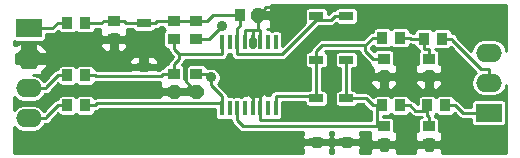
<source format=gtl>
G04 (created by PCBNEW (2013-mar-13)-testing) date Wed 31 Jul 2013 11:30:12 AM UTC*
%MOIN*%
G04 Gerber Fmt 3.4, Leading zero omitted, Abs format*
%FSLAX34Y34*%
G01*
G70*
G90*
G04 APERTURE LIST*
%ADD10C,0.005906*%
%ADD11R,0.039400X0.035400*%
%ADD12R,0.035400X0.039400*%
%ADD13R,0.015000X0.050000*%
%ADD14R,0.047244X0.027559*%
%ADD15R,0.086600X0.060000*%
%ADD16O,0.086600X0.060000*%
%ADD17C,0.035000*%
%ADD18C,0.010000*%
G04 APERTURE END LIST*
G54D10*
G54D11*
X27750Y-33954D03*
X27750Y-34546D03*
X29750Y-35704D03*
X29750Y-36296D03*
X30500Y-35704D03*
X30500Y-36296D03*
G54D12*
X31954Y-33750D03*
X32546Y-33750D03*
G54D11*
X36750Y-37454D03*
X36750Y-38046D03*
X36750Y-35204D03*
X36750Y-35796D03*
X38250Y-37454D03*
X38250Y-38046D03*
X38250Y-35204D03*
X38250Y-35796D03*
G54D13*
X31354Y-36852D03*
X31610Y-36852D03*
X31866Y-36852D03*
X32122Y-36852D03*
X32378Y-36852D03*
X32634Y-36852D03*
X32890Y-36852D03*
X33146Y-36852D03*
X33146Y-34648D03*
X32890Y-34648D03*
X32634Y-34648D03*
X32378Y-34648D03*
X32122Y-34648D03*
X31866Y-34648D03*
X31610Y-34648D03*
X31354Y-34648D03*
G54D14*
X28750Y-35478D03*
X28750Y-34021D03*
X35500Y-37978D03*
X35500Y-36521D03*
X34500Y-37978D03*
X34500Y-36521D03*
X35500Y-35228D03*
X35500Y-33771D03*
X34500Y-35228D03*
X34500Y-33771D03*
G54D15*
X24909Y-34183D03*
G54D16*
X24909Y-35183D03*
X24909Y-36183D03*
X24909Y-37183D03*
G54D15*
X40250Y-37000D03*
G54D16*
X40250Y-36000D03*
X40250Y-35000D03*
G54D12*
X26204Y-35750D03*
X26796Y-35750D03*
X26204Y-36750D03*
X26796Y-36750D03*
X26204Y-34000D03*
X26796Y-34000D03*
X36704Y-36750D03*
X37296Y-36750D03*
X36704Y-34500D03*
X37296Y-34500D03*
X38204Y-36750D03*
X38796Y-36750D03*
X38095Y-34523D03*
X38687Y-34523D03*
G54D11*
X29750Y-33954D03*
X29750Y-34546D03*
X30500Y-33954D03*
X30500Y-34546D03*
G54D17*
X30983Y-35822D03*
X31350Y-34114D03*
X26697Y-36250D03*
G54D18*
X39014Y-34564D02*
X39014Y-34523D01*
X40000Y-35549D02*
X39014Y-34564D01*
X40250Y-35549D02*
X40000Y-35549D01*
X40250Y-36000D02*
X40250Y-35549D01*
X38687Y-34523D02*
X39014Y-34523D01*
X33145Y-36852D02*
X33145Y-36451D01*
X34500Y-36451D02*
X33145Y-36451D01*
X34500Y-36451D02*
X34500Y-36521D01*
X34500Y-36451D02*
X34500Y-35228D01*
X34500Y-35228D02*
X34500Y-34940D01*
X36704Y-34500D02*
X36376Y-34500D01*
X36750Y-35204D02*
X36402Y-35204D01*
X34700Y-34740D02*
X34500Y-34940D01*
X36139Y-34740D02*
X34700Y-34740D01*
X36139Y-34940D02*
X36139Y-34740D01*
X36402Y-35204D02*
X36139Y-34940D01*
X36139Y-34737D02*
X36376Y-34500D01*
X36139Y-34740D02*
X36139Y-34737D01*
X30500Y-35704D02*
X30673Y-35704D01*
X30918Y-34545D02*
X30500Y-34545D01*
X31350Y-34114D02*
X30918Y-34545D01*
X30865Y-35704D02*
X30983Y-35822D01*
X30673Y-35704D02*
X30865Y-35704D01*
X30983Y-36081D02*
X30983Y-35822D01*
X31354Y-36451D02*
X30983Y-36081D01*
X31354Y-36852D02*
X31354Y-36687D01*
X31354Y-36687D02*
X31354Y-36451D01*
X27185Y-36687D02*
X27123Y-36750D01*
X31354Y-36687D02*
X27185Y-36687D01*
X26795Y-36750D02*
X27123Y-36750D01*
X26795Y-35750D02*
X27123Y-35750D01*
X27146Y-35772D02*
X27123Y-35750D01*
X29333Y-35772D02*
X27146Y-35772D01*
X29402Y-35704D02*
X29333Y-35772D01*
X29750Y-35704D02*
X29402Y-35704D01*
X31354Y-34647D02*
X31354Y-35048D01*
X29750Y-34545D02*
X29750Y-34873D01*
X29925Y-35201D02*
X29750Y-35376D01*
X29925Y-35048D02*
X29925Y-35201D01*
X31354Y-35048D02*
X29925Y-35048D01*
X29925Y-35048D02*
X29750Y-34873D01*
X29750Y-35704D02*
X29750Y-35376D01*
X35500Y-35228D02*
X35500Y-36521D01*
X36148Y-36521D02*
X36376Y-36750D01*
X35500Y-36521D02*
X36148Y-36521D01*
X36704Y-36750D02*
X36540Y-36750D01*
X36540Y-36750D02*
X36376Y-36750D01*
X36750Y-37454D02*
X36576Y-37454D01*
X31865Y-36852D02*
X31865Y-37252D01*
X36504Y-37452D02*
X36539Y-37417D01*
X32066Y-37452D02*
X36504Y-37452D01*
X31865Y-37252D02*
X32066Y-37452D01*
X36576Y-37454D02*
X36539Y-37417D01*
X36539Y-36750D02*
X36540Y-36750D01*
X36539Y-37417D02*
X36539Y-36750D01*
X28164Y-34021D02*
X28097Y-33954D01*
X28750Y-34021D02*
X28164Y-34021D01*
X27750Y-33954D02*
X28097Y-33954D01*
X27356Y-34000D02*
X27402Y-33954D01*
X26795Y-34000D02*
X27356Y-34000D01*
X27750Y-33954D02*
X27402Y-33954D01*
X29203Y-33954D02*
X29136Y-34021D01*
X29750Y-33954D02*
X29203Y-33954D01*
X28750Y-34021D02*
X29136Y-34021D01*
X31865Y-34185D02*
X31954Y-34097D01*
X31865Y-34647D02*
X31865Y-34185D01*
X31954Y-33750D02*
X31954Y-34097D01*
X31954Y-33750D02*
X31626Y-33750D01*
X30500Y-33954D02*
X29750Y-33954D01*
X31051Y-33750D02*
X31626Y-33750D01*
X30847Y-33954D02*
X31051Y-33750D01*
X30500Y-33954D02*
X30847Y-33954D01*
X34500Y-33771D02*
X34500Y-33912D01*
X35500Y-33771D02*
X35113Y-33771D01*
X31865Y-34647D02*
X31865Y-35048D01*
X34973Y-33912D02*
X34500Y-33912D01*
X35113Y-33771D02*
X34973Y-33912D01*
X33364Y-35048D02*
X31865Y-35048D01*
X34500Y-33912D02*
X33364Y-35048D01*
X27750Y-34545D02*
X27750Y-34873D01*
X27440Y-35183D02*
X27750Y-34873D01*
X24909Y-35183D02*
X27440Y-35183D01*
X32377Y-34247D02*
X32122Y-34247D01*
X32634Y-36852D02*
X32634Y-36451D01*
X32377Y-36852D02*
X32377Y-36501D01*
X32377Y-34647D02*
X32377Y-34247D01*
X32634Y-34647D02*
X32634Y-34247D01*
X32377Y-34247D02*
X32545Y-34247D01*
X32545Y-34247D02*
X32634Y-34247D01*
X28355Y-35478D02*
X27750Y-34873D01*
X28750Y-35478D02*
X28355Y-35478D01*
X32122Y-34647D02*
X32122Y-34247D01*
X35500Y-37978D02*
X34500Y-37978D01*
X39141Y-35795D02*
X38250Y-35795D01*
X39810Y-36464D02*
X39141Y-35795D01*
X40699Y-36464D02*
X39810Y-36464D01*
X40833Y-36598D02*
X40699Y-36464D01*
X40833Y-37378D02*
X40833Y-36598D01*
X40165Y-38045D02*
X40833Y-37378D01*
X38250Y-38045D02*
X40165Y-38045D01*
X38250Y-35795D02*
X36750Y-35795D01*
X34361Y-37252D02*
X32634Y-37252D01*
X34903Y-36710D02*
X34361Y-37252D01*
X34903Y-35238D02*
X34903Y-36710D01*
X35201Y-34940D02*
X34903Y-35238D01*
X35805Y-34940D02*
X35201Y-34940D01*
X36402Y-35538D02*
X35805Y-34940D01*
X36402Y-35795D02*
X36402Y-35538D01*
X36750Y-35795D02*
X36402Y-35795D01*
X32634Y-36852D02*
X32634Y-37252D01*
X32545Y-33788D02*
X32545Y-34247D01*
X38250Y-38045D02*
X36750Y-38045D01*
X35953Y-38045D02*
X35886Y-37978D01*
X36750Y-38045D02*
X35953Y-38045D01*
X35500Y-37978D02*
X35886Y-37978D01*
X32428Y-36451D02*
X32634Y-36451D01*
X32377Y-36501D02*
X32428Y-36451D01*
X32545Y-33750D02*
X32545Y-33769D01*
X32545Y-33769D02*
X32545Y-33788D01*
X34830Y-34255D02*
X32634Y-36451D01*
X35636Y-34255D02*
X34830Y-34255D01*
X35905Y-33986D02*
X35636Y-34255D01*
X35905Y-33557D02*
X35905Y-33986D01*
X35832Y-33483D02*
X35905Y-33557D01*
X32831Y-33483D02*
X35832Y-33483D01*
X32545Y-33769D02*
X32831Y-33483D01*
X29750Y-36295D02*
X30097Y-36295D01*
X30097Y-36295D02*
X30298Y-36094D01*
X30152Y-35948D02*
X30298Y-36094D01*
X30152Y-35446D02*
X30152Y-35948D01*
X30222Y-35376D02*
X30152Y-35446D01*
X31252Y-35376D02*
X30222Y-35376D01*
X32377Y-36501D02*
X31252Y-35376D01*
X30298Y-36094D02*
X30500Y-36295D01*
X29356Y-36250D02*
X29402Y-36295D01*
X26697Y-36250D02*
X29356Y-36250D01*
X29750Y-36295D02*
X29402Y-36295D01*
X25492Y-37134D02*
X25876Y-36750D01*
X25492Y-37183D02*
X25492Y-37134D01*
X26204Y-36750D02*
X25876Y-36750D01*
X24909Y-37183D02*
X25492Y-37183D01*
X25492Y-36134D02*
X25876Y-35750D01*
X25492Y-36183D02*
X25492Y-36134D01*
X26204Y-35750D02*
X25876Y-35750D01*
X24909Y-36183D02*
X25492Y-36183D01*
X39373Y-37000D02*
X39123Y-36750D01*
X40250Y-37000D02*
X39373Y-37000D01*
X38795Y-36750D02*
X39123Y-36750D01*
X25693Y-34183D02*
X25876Y-34000D01*
X24909Y-34183D02*
X25693Y-34183D01*
X26204Y-34000D02*
X25876Y-34000D01*
X37295Y-34500D02*
X37623Y-34500D01*
X38250Y-35204D02*
X38250Y-34876D01*
X37646Y-34523D02*
X37623Y-34500D01*
X38095Y-34523D02*
X37646Y-34523D01*
X38243Y-34870D02*
X38250Y-34876D01*
X38095Y-34870D02*
X38243Y-34870D01*
X38095Y-34523D02*
X38095Y-34870D01*
X38250Y-37454D02*
X38250Y-37126D01*
X38220Y-37097D02*
X38250Y-37126D01*
X38204Y-37097D02*
X38220Y-37097D01*
X38204Y-36750D02*
X38204Y-36923D01*
X38204Y-36923D02*
X38204Y-37097D01*
X37796Y-36923D02*
X37623Y-36750D01*
X38204Y-36923D02*
X37796Y-36923D01*
X37295Y-36750D02*
X37623Y-36750D01*
G54D10*
G36*
X29719Y-35125D02*
X29608Y-35235D01*
X29565Y-35300D01*
X29550Y-35376D01*
X29550Y-35377D01*
X29523Y-35377D01*
X29468Y-35399D01*
X29425Y-35442D01*
X29403Y-35497D01*
X29403Y-35504D01*
X29402Y-35504D01*
X29326Y-35519D01*
X29261Y-35562D01*
X29251Y-35572D01*
X29236Y-35572D01*
X29236Y-35346D01*
X29236Y-35290D01*
X29198Y-35198D01*
X29127Y-35128D01*
X29035Y-35090D01*
X28936Y-35090D01*
X28930Y-35090D01*
X28868Y-35153D01*
X28868Y-35409D01*
X29173Y-35409D01*
X29236Y-35346D01*
X29236Y-35572D01*
X29199Y-35572D01*
X29173Y-35547D01*
X28868Y-35547D01*
X28868Y-35572D01*
X28631Y-35572D01*
X28631Y-35547D01*
X28631Y-35409D01*
X28631Y-35153D01*
X28569Y-35090D01*
X28563Y-35090D01*
X28464Y-35090D01*
X28372Y-35128D01*
X28301Y-35198D01*
X28263Y-35290D01*
X28263Y-35346D01*
X28326Y-35409D01*
X28631Y-35409D01*
X28631Y-35547D01*
X28326Y-35547D01*
X28300Y-35572D01*
X28197Y-35572D01*
X28197Y-34772D01*
X28197Y-34697D01*
X28134Y-34634D01*
X27848Y-34634D01*
X27848Y-34910D01*
X27911Y-34973D01*
X27996Y-34973D01*
X28088Y-34934D01*
X28158Y-34864D01*
X28197Y-34772D01*
X28197Y-35572D01*
X27651Y-35572D01*
X27651Y-34910D01*
X27651Y-34634D01*
X27365Y-34634D01*
X27303Y-34697D01*
X27303Y-34772D01*
X27341Y-34864D01*
X27411Y-34934D01*
X27503Y-34973D01*
X27589Y-34973D01*
X27651Y-34910D01*
X27651Y-35572D01*
X27211Y-35572D01*
X27199Y-35565D01*
X27123Y-35550D01*
X27123Y-35550D01*
X27123Y-35523D01*
X27100Y-35468D01*
X27057Y-35425D01*
X27002Y-35403D01*
X26943Y-35403D01*
X26589Y-35403D01*
X26534Y-35425D01*
X26500Y-35459D01*
X26465Y-35425D01*
X26410Y-35403D01*
X26351Y-35403D01*
X25997Y-35403D01*
X25942Y-35425D01*
X25899Y-35468D01*
X25877Y-35523D01*
X25877Y-35550D01*
X25876Y-35550D01*
X25800Y-35565D01*
X25735Y-35608D01*
X25541Y-35802D01*
X25414Y-35929D01*
X25372Y-35864D01*
X25226Y-35767D01*
X25053Y-35733D01*
X25359Y-35733D01*
X25359Y-35612D01*
X25392Y-35594D01*
X25522Y-35428D01*
X25541Y-35414D01*
X25541Y-34952D01*
X25522Y-34937D01*
X25392Y-34771D01*
X25208Y-34669D01*
X25125Y-34712D01*
X25125Y-35033D01*
X25506Y-35033D01*
X25541Y-34952D01*
X25541Y-35414D01*
X25506Y-35333D01*
X25125Y-35333D01*
X25125Y-35483D01*
X24692Y-35483D01*
X24692Y-35333D01*
X24476Y-35333D01*
X24476Y-35033D01*
X24692Y-35033D01*
X24692Y-34712D01*
X24610Y-34669D01*
X24476Y-34744D01*
X24476Y-34733D01*
X24419Y-34733D01*
X24419Y-34621D01*
X24446Y-34633D01*
X24506Y-34633D01*
X25372Y-34633D01*
X25427Y-34610D01*
X25469Y-34568D01*
X25492Y-34512D01*
X25492Y-34453D01*
X25492Y-34383D01*
X25693Y-34383D01*
X25770Y-34367D01*
X25835Y-34324D01*
X25893Y-34266D01*
X25899Y-34281D01*
X25942Y-34324D01*
X25997Y-34347D01*
X26056Y-34347D01*
X26410Y-34347D01*
X26465Y-34324D01*
X26499Y-34290D01*
X26534Y-34324D01*
X26589Y-34347D01*
X26648Y-34347D01*
X27002Y-34347D01*
X27057Y-34324D01*
X27100Y-34281D01*
X27123Y-34226D01*
X27123Y-34200D01*
X27299Y-34200D01*
X27299Y-34369D01*
X27303Y-34369D01*
X27303Y-34395D01*
X27365Y-34457D01*
X27651Y-34457D01*
X27651Y-34369D01*
X27848Y-34369D01*
X27848Y-34457D01*
X28134Y-34457D01*
X28197Y-34395D01*
X28197Y-34369D01*
X28200Y-34369D01*
X28200Y-34221D01*
X28377Y-34221D01*
X28386Y-34244D01*
X28428Y-34286D01*
X28483Y-34309D01*
X28543Y-34309D01*
X29016Y-34309D01*
X29071Y-34286D01*
X29113Y-34244D01*
X29122Y-34221D01*
X29136Y-34221D01*
X29212Y-34206D01*
X29277Y-34163D01*
X29286Y-34154D01*
X29403Y-34154D01*
X29403Y-34160D01*
X29425Y-34215D01*
X29459Y-34249D01*
X29425Y-34284D01*
X29403Y-34339D01*
X29403Y-34398D01*
X29403Y-34752D01*
X29425Y-34807D01*
X29468Y-34850D01*
X29523Y-34873D01*
X29550Y-34873D01*
X29550Y-34873D01*
X29565Y-34949D01*
X29608Y-35014D01*
X29719Y-35125D01*
X29719Y-35125D01*
G37*
G54D18*
X29719Y-35125D02*
X29608Y-35235D01*
X29565Y-35300D01*
X29550Y-35376D01*
X29550Y-35377D01*
X29523Y-35377D01*
X29468Y-35399D01*
X29425Y-35442D01*
X29403Y-35497D01*
X29403Y-35504D01*
X29402Y-35504D01*
X29326Y-35519D01*
X29261Y-35562D01*
X29251Y-35572D01*
X29236Y-35572D01*
X29236Y-35346D01*
X29236Y-35290D01*
X29198Y-35198D01*
X29127Y-35128D01*
X29035Y-35090D01*
X28936Y-35090D01*
X28930Y-35090D01*
X28868Y-35153D01*
X28868Y-35409D01*
X29173Y-35409D01*
X29236Y-35346D01*
X29236Y-35572D01*
X29199Y-35572D01*
X29173Y-35547D01*
X28868Y-35547D01*
X28868Y-35572D01*
X28631Y-35572D01*
X28631Y-35547D01*
X28631Y-35409D01*
X28631Y-35153D01*
X28569Y-35090D01*
X28563Y-35090D01*
X28464Y-35090D01*
X28372Y-35128D01*
X28301Y-35198D01*
X28263Y-35290D01*
X28263Y-35346D01*
X28326Y-35409D01*
X28631Y-35409D01*
X28631Y-35547D01*
X28326Y-35547D01*
X28300Y-35572D01*
X28197Y-35572D01*
X28197Y-34772D01*
X28197Y-34697D01*
X28134Y-34634D01*
X27848Y-34634D01*
X27848Y-34910D01*
X27911Y-34973D01*
X27996Y-34973D01*
X28088Y-34934D01*
X28158Y-34864D01*
X28197Y-34772D01*
X28197Y-35572D01*
X27651Y-35572D01*
X27651Y-34910D01*
X27651Y-34634D01*
X27365Y-34634D01*
X27303Y-34697D01*
X27303Y-34772D01*
X27341Y-34864D01*
X27411Y-34934D01*
X27503Y-34973D01*
X27589Y-34973D01*
X27651Y-34910D01*
X27651Y-35572D01*
X27211Y-35572D01*
X27199Y-35565D01*
X27123Y-35550D01*
X27123Y-35550D01*
X27123Y-35523D01*
X27100Y-35468D01*
X27057Y-35425D01*
X27002Y-35403D01*
X26943Y-35403D01*
X26589Y-35403D01*
X26534Y-35425D01*
X26500Y-35459D01*
X26465Y-35425D01*
X26410Y-35403D01*
X26351Y-35403D01*
X25997Y-35403D01*
X25942Y-35425D01*
X25899Y-35468D01*
X25877Y-35523D01*
X25877Y-35550D01*
X25876Y-35550D01*
X25800Y-35565D01*
X25735Y-35608D01*
X25541Y-35802D01*
X25414Y-35929D01*
X25372Y-35864D01*
X25226Y-35767D01*
X25053Y-35733D01*
X25359Y-35733D01*
X25359Y-35612D01*
X25392Y-35594D01*
X25522Y-35428D01*
X25541Y-35414D01*
X25541Y-34952D01*
X25522Y-34937D01*
X25392Y-34771D01*
X25208Y-34669D01*
X25125Y-34712D01*
X25125Y-35033D01*
X25506Y-35033D01*
X25541Y-34952D01*
X25541Y-35414D01*
X25506Y-35333D01*
X25125Y-35333D01*
X25125Y-35483D01*
X24692Y-35483D01*
X24692Y-35333D01*
X24476Y-35333D01*
X24476Y-35033D01*
X24692Y-35033D01*
X24692Y-34712D01*
X24610Y-34669D01*
X24476Y-34744D01*
X24476Y-34733D01*
X24419Y-34733D01*
X24419Y-34621D01*
X24446Y-34633D01*
X24506Y-34633D01*
X25372Y-34633D01*
X25427Y-34610D01*
X25469Y-34568D01*
X25492Y-34512D01*
X25492Y-34453D01*
X25492Y-34383D01*
X25693Y-34383D01*
X25770Y-34367D01*
X25835Y-34324D01*
X25893Y-34266D01*
X25899Y-34281D01*
X25942Y-34324D01*
X25997Y-34347D01*
X26056Y-34347D01*
X26410Y-34347D01*
X26465Y-34324D01*
X26499Y-34290D01*
X26534Y-34324D01*
X26589Y-34347D01*
X26648Y-34347D01*
X27002Y-34347D01*
X27057Y-34324D01*
X27100Y-34281D01*
X27123Y-34226D01*
X27123Y-34200D01*
X27299Y-34200D01*
X27299Y-34369D01*
X27303Y-34369D01*
X27303Y-34395D01*
X27365Y-34457D01*
X27651Y-34457D01*
X27651Y-34369D01*
X27848Y-34369D01*
X27848Y-34457D01*
X28134Y-34457D01*
X28197Y-34395D01*
X28197Y-34369D01*
X28200Y-34369D01*
X28200Y-34221D01*
X28377Y-34221D01*
X28386Y-34244D01*
X28428Y-34286D01*
X28483Y-34309D01*
X28543Y-34309D01*
X29016Y-34309D01*
X29071Y-34286D01*
X29113Y-34244D01*
X29122Y-34221D01*
X29136Y-34221D01*
X29212Y-34206D01*
X29277Y-34163D01*
X29286Y-34154D01*
X29403Y-34154D01*
X29403Y-34160D01*
X29425Y-34215D01*
X29459Y-34249D01*
X29425Y-34284D01*
X29403Y-34339D01*
X29403Y-34398D01*
X29403Y-34752D01*
X29425Y-34807D01*
X29468Y-34850D01*
X29523Y-34873D01*
X29550Y-34873D01*
X29550Y-34873D01*
X29565Y-34949D01*
X29608Y-35014D01*
X29719Y-35125D01*
G54D10*
G36*
X30697Y-36384D02*
X30598Y-36384D01*
X30598Y-36473D01*
X30401Y-36473D01*
X30401Y-36384D01*
X30134Y-36384D01*
X30115Y-36384D01*
X29848Y-36384D01*
X29848Y-36473D01*
X29651Y-36473D01*
X29651Y-36384D01*
X29365Y-36384D01*
X29303Y-36447D01*
X29303Y-36473D01*
X29299Y-36473D01*
X29299Y-36487D01*
X27185Y-36487D01*
X27114Y-36501D01*
X27100Y-36468D01*
X27057Y-36425D01*
X27002Y-36403D01*
X26943Y-36403D01*
X26589Y-36403D01*
X26534Y-36425D01*
X26500Y-36459D01*
X26465Y-36425D01*
X26410Y-36403D01*
X26351Y-36403D01*
X25997Y-36403D01*
X25942Y-36425D01*
X25899Y-36468D01*
X25877Y-36523D01*
X25877Y-36550D01*
X25876Y-36550D01*
X25800Y-36565D01*
X25735Y-36608D01*
X25414Y-36929D01*
X25372Y-36864D01*
X25226Y-36767D01*
X25053Y-36733D01*
X24765Y-36733D01*
X24592Y-36767D01*
X24446Y-36864D01*
X24419Y-36905D01*
X24419Y-36460D01*
X24446Y-36501D01*
X24592Y-36598D01*
X24765Y-36633D01*
X25053Y-36633D01*
X25226Y-36598D01*
X25372Y-36501D01*
X25451Y-36383D01*
X25492Y-36383D01*
X25569Y-36367D01*
X25634Y-36324D01*
X25677Y-36259D01*
X25684Y-36225D01*
X25893Y-36016D01*
X25899Y-36031D01*
X25942Y-36074D01*
X25997Y-36097D01*
X26056Y-36097D01*
X26410Y-36097D01*
X26465Y-36074D01*
X26499Y-36040D01*
X26534Y-36074D01*
X26589Y-36097D01*
X26648Y-36097D01*
X27002Y-36097D01*
X27057Y-36074D01*
X27100Y-36031D01*
X27123Y-35976D01*
X27123Y-35968D01*
X27146Y-35972D01*
X29299Y-35972D01*
X29299Y-36119D01*
X29303Y-36119D01*
X29303Y-36145D01*
X29365Y-36207D01*
X29651Y-36207D01*
X29651Y-36119D01*
X29848Y-36119D01*
X29848Y-36207D01*
X30115Y-36207D01*
X30134Y-36207D01*
X30401Y-36207D01*
X30401Y-36119D01*
X30598Y-36119D01*
X30598Y-36207D01*
X30697Y-36207D01*
X30697Y-36384D01*
X30697Y-36384D01*
G37*
G54D18*
X30697Y-36384D02*
X30598Y-36384D01*
X30598Y-36473D01*
X30401Y-36473D01*
X30401Y-36384D01*
X30134Y-36384D01*
X30115Y-36384D01*
X29848Y-36384D01*
X29848Y-36473D01*
X29651Y-36473D01*
X29651Y-36384D01*
X29365Y-36384D01*
X29303Y-36447D01*
X29303Y-36473D01*
X29299Y-36473D01*
X29299Y-36487D01*
X27185Y-36487D01*
X27114Y-36501D01*
X27100Y-36468D01*
X27057Y-36425D01*
X27002Y-36403D01*
X26943Y-36403D01*
X26589Y-36403D01*
X26534Y-36425D01*
X26500Y-36459D01*
X26465Y-36425D01*
X26410Y-36403D01*
X26351Y-36403D01*
X25997Y-36403D01*
X25942Y-36425D01*
X25899Y-36468D01*
X25877Y-36523D01*
X25877Y-36550D01*
X25876Y-36550D01*
X25800Y-36565D01*
X25735Y-36608D01*
X25414Y-36929D01*
X25372Y-36864D01*
X25226Y-36767D01*
X25053Y-36733D01*
X24765Y-36733D01*
X24592Y-36767D01*
X24446Y-36864D01*
X24419Y-36905D01*
X24419Y-36460D01*
X24446Y-36501D01*
X24592Y-36598D01*
X24765Y-36633D01*
X25053Y-36633D01*
X25226Y-36598D01*
X25372Y-36501D01*
X25451Y-36383D01*
X25492Y-36383D01*
X25569Y-36367D01*
X25634Y-36324D01*
X25677Y-36259D01*
X25684Y-36225D01*
X25893Y-36016D01*
X25899Y-36031D01*
X25942Y-36074D01*
X25997Y-36097D01*
X26056Y-36097D01*
X26410Y-36097D01*
X26465Y-36074D01*
X26499Y-36040D01*
X26534Y-36074D01*
X26589Y-36097D01*
X26648Y-36097D01*
X27002Y-36097D01*
X27057Y-36074D01*
X27100Y-36031D01*
X27123Y-35976D01*
X27123Y-35968D01*
X27146Y-35972D01*
X29299Y-35972D01*
X29299Y-36119D01*
X29303Y-36119D01*
X29303Y-36145D01*
X29365Y-36207D01*
X29651Y-36207D01*
X29651Y-36119D01*
X29848Y-36119D01*
X29848Y-36207D01*
X30115Y-36207D01*
X30134Y-36207D01*
X30401Y-36207D01*
X30401Y-36119D01*
X30598Y-36119D01*
X30598Y-36207D01*
X30697Y-36207D01*
X30697Y-36384D01*
G54D10*
G36*
X32453Y-34773D02*
X32415Y-34773D01*
X32384Y-34773D01*
X32371Y-34773D01*
X32340Y-34773D01*
X32303Y-34773D01*
X32303Y-34523D01*
X32340Y-34523D01*
X32371Y-34523D01*
X32384Y-34523D01*
X32415Y-34523D01*
X32453Y-34523D01*
X32453Y-34773D01*
X32453Y-34773D01*
G37*
G54D18*
X32453Y-34773D02*
X32415Y-34773D01*
X32384Y-34773D01*
X32371Y-34773D01*
X32340Y-34773D01*
X32303Y-34773D01*
X32303Y-34523D01*
X32340Y-34523D01*
X32371Y-34523D01*
X32384Y-34523D01*
X32415Y-34523D01*
X32453Y-34523D01*
X32453Y-34773D01*
G54D10*
G36*
X40830Y-34929D02*
X40810Y-34827D01*
X40712Y-34681D01*
X40566Y-34584D01*
X40394Y-34550D01*
X40105Y-34550D01*
X39933Y-34584D01*
X39787Y-34681D01*
X39689Y-34827D01*
X39668Y-34935D01*
X39204Y-34471D01*
X39199Y-34447D01*
X39156Y-34382D01*
X39091Y-34338D01*
X39014Y-34323D01*
X39014Y-34323D01*
X39014Y-34296D01*
X38991Y-34241D01*
X38949Y-34199D01*
X38894Y-34176D01*
X38834Y-34176D01*
X38480Y-34176D01*
X38425Y-34199D01*
X38391Y-34233D01*
X38357Y-34199D01*
X38302Y-34176D01*
X38242Y-34176D01*
X37888Y-34176D01*
X37833Y-34199D01*
X37791Y-34241D01*
X37768Y-34296D01*
X37768Y-34323D01*
X37712Y-34323D01*
X37699Y-34315D01*
X37623Y-34300D01*
X37623Y-34300D01*
X37623Y-34273D01*
X37600Y-34218D01*
X37557Y-34175D01*
X37502Y-34153D01*
X37443Y-34153D01*
X37089Y-34153D01*
X37034Y-34175D01*
X37000Y-34209D01*
X36965Y-34175D01*
X36910Y-34153D01*
X36851Y-34153D01*
X36497Y-34153D01*
X36442Y-34175D01*
X36399Y-34218D01*
X36377Y-34273D01*
X36377Y-34300D01*
X36376Y-34300D01*
X36300Y-34315D01*
X36235Y-34358D01*
X36053Y-34540D01*
X34700Y-34540D01*
X34623Y-34555D01*
X34558Y-34598D01*
X34358Y-34799D01*
X34315Y-34863D01*
X34300Y-34940D01*
X34300Y-34940D01*
X34233Y-34940D01*
X34178Y-34963D01*
X34136Y-35005D01*
X34113Y-35060D01*
X34113Y-35120D01*
X34113Y-35395D01*
X34136Y-35451D01*
X34178Y-35493D01*
X34233Y-35516D01*
X34293Y-35516D01*
X34300Y-35516D01*
X34300Y-36233D01*
X34233Y-36233D01*
X34190Y-36251D01*
X33145Y-36251D01*
X33069Y-36267D01*
X33004Y-36310D01*
X32961Y-36375D01*
X32955Y-36401D01*
X32862Y-36401D01*
X32850Y-36390D01*
X32758Y-36352D01*
X32734Y-36352D01*
X32684Y-36401D01*
X32606Y-36401D01*
X32594Y-36390D01*
X32556Y-36374D01*
X32534Y-36352D01*
X32509Y-36352D01*
X32506Y-36353D01*
X32502Y-36352D01*
X32478Y-36352D01*
X32455Y-36374D01*
X32417Y-36390D01*
X32405Y-36401D01*
X32327Y-36401D01*
X32278Y-36352D01*
X32253Y-36352D01*
X32161Y-36390D01*
X32149Y-36401D01*
X32053Y-36401D01*
X32053Y-36452D01*
X32017Y-36452D01*
X31993Y-36461D01*
X31970Y-36452D01*
X31911Y-36452D01*
X31761Y-36452D01*
X31737Y-36461D01*
X31714Y-36452D01*
X31655Y-36452D01*
X31554Y-36452D01*
X31554Y-36451D01*
X31541Y-36388D01*
X31538Y-36375D01*
X31538Y-36375D01*
X31495Y-36310D01*
X31225Y-36040D01*
X31259Y-36007D01*
X31308Y-35887D01*
X31308Y-35758D01*
X31259Y-35638D01*
X31168Y-35547D01*
X31048Y-35497D01*
X30919Y-35497D01*
X30891Y-35509D01*
X30865Y-35504D01*
X30847Y-35504D01*
X30847Y-35497D01*
X30824Y-35442D01*
X30781Y-35399D01*
X30726Y-35377D01*
X30667Y-35377D01*
X30273Y-35377D01*
X30218Y-35399D01*
X30175Y-35442D01*
X30153Y-35497D01*
X30153Y-35556D01*
X30153Y-35869D01*
X30097Y-35869D01*
X30097Y-35851D01*
X30097Y-35497D01*
X30074Y-35442D01*
X30031Y-35399D01*
X30016Y-35393D01*
X30066Y-35343D01*
X30109Y-35278D01*
X30115Y-35248D01*
X31354Y-35248D01*
X31430Y-35232D01*
X31495Y-35189D01*
X31538Y-35124D01*
X31554Y-35048D01*
X31554Y-35048D01*
X31564Y-35048D01*
X31665Y-35048D01*
X31665Y-35048D01*
X31671Y-35078D01*
X31671Y-35148D01*
X31696Y-35148D01*
X31724Y-35189D01*
X31789Y-35232D01*
X31865Y-35248D01*
X33364Y-35248D01*
X33440Y-35232D01*
X33505Y-35189D01*
X34582Y-34112D01*
X34973Y-34112D01*
X35049Y-34096D01*
X35114Y-34053D01*
X35155Y-34012D01*
X35178Y-34036D01*
X35233Y-34059D01*
X35293Y-34059D01*
X35766Y-34059D01*
X35821Y-34036D01*
X35863Y-33994D01*
X35886Y-33939D01*
X35886Y-33879D01*
X35886Y-33604D01*
X35863Y-33548D01*
X35821Y-33506D01*
X35766Y-33483D01*
X35706Y-33483D01*
X35233Y-33483D01*
X35178Y-33506D01*
X35136Y-33548D01*
X35127Y-33571D01*
X35113Y-33571D01*
X35049Y-33584D01*
X35037Y-33586D01*
X34972Y-33630D01*
X34890Y-33712D01*
X34886Y-33712D01*
X34886Y-33604D01*
X34863Y-33548D01*
X34821Y-33506D01*
X34766Y-33483D01*
X34706Y-33483D01*
X34233Y-33483D01*
X34178Y-33506D01*
X34136Y-33548D01*
X34113Y-33604D01*
X34113Y-33663D01*
X34113Y-33939D01*
X34136Y-33993D01*
X33371Y-34758D01*
X33371Y-34368D01*
X33348Y-34313D01*
X33305Y-34270D01*
X33250Y-34248D01*
X33191Y-34248D01*
X33041Y-34248D01*
X33017Y-34257D01*
X32994Y-34248D01*
X32959Y-34248D01*
X32959Y-34197D01*
X32862Y-34197D01*
X32861Y-34197D01*
X32996Y-34197D01*
X32996Y-33947D01*
X32973Y-33947D01*
X32973Y-33911D01*
X32910Y-33848D01*
X32634Y-33848D01*
X32634Y-33947D01*
X32457Y-33947D01*
X32457Y-33848D01*
X32369Y-33848D01*
X32369Y-33651D01*
X32457Y-33651D01*
X32457Y-33553D01*
X32634Y-33553D01*
X32634Y-33651D01*
X32910Y-33651D01*
X32973Y-33589D01*
X32973Y-33553D01*
X32996Y-33553D01*
X32996Y-33419D01*
X40830Y-33419D01*
X40830Y-34929D01*
X40830Y-34929D01*
G37*
G54D18*
X40830Y-34929D02*
X40810Y-34827D01*
X40712Y-34681D01*
X40566Y-34584D01*
X40394Y-34550D01*
X40105Y-34550D01*
X39933Y-34584D01*
X39787Y-34681D01*
X39689Y-34827D01*
X39668Y-34935D01*
X39204Y-34471D01*
X39199Y-34447D01*
X39156Y-34382D01*
X39091Y-34338D01*
X39014Y-34323D01*
X39014Y-34323D01*
X39014Y-34296D01*
X38991Y-34241D01*
X38949Y-34199D01*
X38894Y-34176D01*
X38834Y-34176D01*
X38480Y-34176D01*
X38425Y-34199D01*
X38391Y-34233D01*
X38357Y-34199D01*
X38302Y-34176D01*
X38242Y-34176D01*
X37888Y-34176D01*
X37833Y-34199D01*
X37791Y-34241D01*
X37768Y-34296D01*
X37768Y-34323D01*
X37712Y-34323D01*
X37699Y-34315D01*
X37623Y-34300D01*
X37623Y-34300D01*
X37623Y-34273D01*
X37600Y-34218D01*
X37557Y-34175D01*
X37502Y-34153D01*
X37443Y-34153D01*
X37089Y-34153D01*
X37034Y-34175D01*
X37000Y-34209D01*
X36965Y-34175D01*
X36910Y-34153D01*
X36851Y-34153D01*
X36497Y-34153D01*
X36442Y-34175D01*
X36399Y-34218D01*
X36377Y-34273D01*
X36377Y-34300D01*
X36376Y-34300D01*
X36300Y-34315D01*
X36235Y-34358D01*
X36053Y-34540D01*
X34700Y-34540D01*
X34623Y-34555D01*
X34558Y-34598D01*
X34358Y-34799D01*
X34315Y-34863D01*
X34300Y-34940D01*
X34300Y-34940D01*
X34233Y-34940D01*
X34178Y-34963D01*
X34136Y-35005D01*
X34113Y-35060D01*
X34113Y-35120D01*
X34113Y-35395D01*
X34136Y-35451D01*
X34178Y-35493D01*
X34233Y-35516D01*
X34293Y-35516D01*
X34300Y-35516D01*
X34300Y-36233D01*
X34233Y-36233D01*
X34190Y-36251D01*
X33145Y-36251D01*
X33069Y-36267D01*
X33004Y-36310D01*
X32961Y-36375D01*
X32955Y-36401D01*
X32862Y-36401D01*
X32850Y-36390D01*
X32758Y-36352D01*
X32734Y-36352D01*
X32684Y-36401D01*
X32606Y-36401D01*
X32594Y-36390D01*
X32556Y-36374D01*
X32534Y-36352D01*
X32509Y-36352D01*
X32506Y-36353D01*
X32502Y-36352D01*
X32478Y-36352D01*
X32455Y-36374D01*
X32417Y-36390D01*
X32405Y-36401D01*
X32327Y-36401D01*
X32278Y-36352D01*
X32253Y-36352D01*
X32161Y-36390D01*
X32149Y-36401D01*
X32053Y-36401D01*
X32053Y-36452D01*
X32017Y-36452D01*
X31993Y-36461D01*
X31970Y-36452D01*
X31911Y-36452D01*
X31761Y-36452D01*
X31737Y-36461D01*
X31714Y-36452D01*
X31655Y-36452D01*
X31554Y-36452D01*
X31554Y-36451D01*
X31541Y-36388D01*
X31538Y-36375D01*
X31538Y-36375D01*
X31495Y-36310D01*
X31225Y-36040D01*
X31259Y-36007D01*
X31308Y-35887D01*
X31308Y-35758D01*
X31259Y-35638D01*
X31168Y-35547D01*
X31048Y-35497D01*
X30919Y-35497D01*
X30891Y-35509D01*
X30865Y-35504D01*
X30847Y-35504D01*
X30847Y-35497D01*
X30824Y-35442D01*
X30781Y-35399D01*
X30726Y-35377D01*
X30667Y-35377D01*
X30273Y-35377D01*
X30218Y-35399D01*
X30175Y-35442D01*
X30153Y-35497D01*
X30153Y-35556D01*
X30153Y-35869D01*
X30097Y-35869D01*
X30097Y-35851D01*
X30097Y-35497D01*
X30074Y-35442D01*
X30031Y-35399D01*
X30016Y-35393D01*
X30066Y-35343D01*
X30109Y-35278D01*
X30115Y-35248D01*
X31354Y-35248D01*
X31430Y-35232D01*
X31495Y-35189D01*
X31538Y-35124D01*
X31554Y-35048D01*
X31554Y-35048D01*
X31564Y-35048D01*
X31665Y-35048D01*
X31665Y-35048D01*
X31671Y-35078D01*
X31671Y-35148D01*
X31696Y-35148D01*
X31724Y-35189D01*
X31789Y-35232D01*
X31865Y-35248D01*
X33364Y-35248D01*
X33440Y-35232D01*
X33505Y-35189D01*
X34582Y-34112D01*
X34973Y-34112D01*
X35049Y-34096D01*
X35114Y-34053D01*
X35155Y-34012D01*
X35178Y-34036D01*
X35233Y-34059D01*
X35293Y-34059D01*
X35766Y-34059D01*
X35821Y-34036D01*
X35863Y-33994D01*
X35886Y-33939D01*
X35886Y-33879D01*
X35886Y-33604D01*
X35863Y-33548D01*
X35821Y-33506D01*
X35766Y-33483D01*
X35706Y-33483D01*
X35233Y-33483D01*
X35178Y-33506D01*
X35136Y-33548D01*
X35127Y-33571D01*
X35113Y-33571D01*
X35049Y-33584D01*
X35037Y-33586D01*
X34972Y-33630D01*
X34890Y-33712D01*
X34886Y-33712D01*
X34886Y-33604D01*
X34863Y-33548D01*
X34821Y-33506D01*
X34766Y-33483D01*
X34706Y-33483D01*
X34233Y-33483D01*
X34178Y-33506D01*
X34136Y-33548D01*
X34113Y-33604D01*
X34113Y-33663D01*
X34113Y-33939D01*
X34136Y-33993D01*
X33371Y-34758D01*
X33371Y-34368D01*
X33348Y-34313D01*
X33305Y-34270D01*
X33250Y-34248D01*
X33191Y-34248D01*
X33041Y-34248D01*
X33017Y-34257D01*
X32994Y-34248D01*
X32959Y-34248D01*
X32959Y-34197D01*
X32862Y-34197D01*
X32861Y-34197D01*
X32996Y-34197D01*
X32996Y-33947D01*
X32973Y-33947D01*
X32973Y-33911D01*
X32910Y-33848D01*
X32634Y-33848D01*
X32634Y-33947D01*
X32457Y-33947D01*
X32457Y-33848D01*
X32369Y-33848D01*
X32369Y-33651D01*
X32457Y-33651D01*
X32457Y-33553D01*
X32634Y-33553D01*
X32634Y-33651D01*
X32910Y-33651D01*
X32973Y-33589D01*
X32973Y-33553D01*
X32996Y-33553D01*
X32996Y-33419D01*
X40830Y-33419D01*
X40830Y-34929D01*
G54D10*
G36*
X40830Y-36663D02*
X40810Y-36615D01*
X40767Y-36572D01*
X40712Y-36550D01*
X40653Y-36550D01*
X39787Y-36550D01*
X39732Y-36572D01*
X39689Y-36615D01*
X39667Y-36670D01*
X39667Y-36729D01*
X39667Y-36800D01*
X39455Y-36800D01*
X39264Y-36608D01*
X39199Y-36565D01*
X39123Y-36550D01*
X39123Y-36550D01*
X39123Y-36523D01*
X39100Y-36468D01*
X39057Y-36425D01*
X39002Y-36403D01*
X38943Y-36403D01*
X38697Y-36403D01*
X38697Y-36022D01*
X38697Y-35947D01*
X38634Y-35884D01*
X38348Y-35884D01*
X38348Y-36160D01*
X38411Y-36223D01*
X38496Y-36223D01*
X38588Y-36184D01*
X38658Y-36114D01*
X38697Y-36022D01*
X38697Y-36403D01*
X38589Y-36403D01*
X38534Y-36425D01*
X38500Y-36459D01*
X38465Y-36425D01*
X38410Y-36403D01*
X38351Y-36403D01*
X38151Y-36403D01*
X38151Y-36160D01*
X38151Y-35884D01*
X37865Y-35884D01*
X37803Y-35947D01*
X37803Y-36022D01*
X37841Y-36114D01*
X37911Y-36184D01*
X38003Y-36223D01*
X38089Y-36223D01*
X38151Y-36160D01*
X38151Y-36403D01*
X37997Y-36403D01*
X37942Y-36425D01*
X37899Y-36468D01*
X37877Y-36523D01*
X37877Y-36582D01*
X37877Y-36721D01*
X37764Y-36608D01*
X37699Y-36565D01*
X37623Y-36550D01*
X37623Y-36550D01*
X37623Y-36523D01*
X37600Y-36468D01*
X37557Y-36425D01*
X37502Y-36403D01*
X37443Y-36403D01*
X37197Y-36403D01*
X37197Y-36022D01*
X37197Y-35947D01*
X37134Y-35884D01*
X36848Y-35884D01*
X36848Y-36160D01*
X36911Y-36223D01*
X36996Y-36223D01*
X37088Y-36184D01*
X37158Y-36114D01*
X37197Y-36022D01*
X37197Y-36403D01*
X37089Y-36403D01*
X37034Y-36425D01*
X37000Y-36459D01*
X36965Y-36425D01*
X36910Y-36403D01*
X36851Y-36403D01*
X36651Y-36403D01*
X36651Y-36160D01*
X36651Y-35884D01*
X36365Y-35884D01*
X36303Y-35947D01*
X36303Y-36022D01*
X36341Y-36114D01*
X36411Y-36184D01*
X36503Y-36223D01*
X36589Y-36223D01*
X36651Y-36160D01*
X36651Y-36403D01*
X36497Y-36403D01*
X36442Y-36425D01*
X36399Y-36468D01*
X36393Y-36483D01*
X36289Y-36380D01*
X36225Y-36336D01*
X36148Y-36321D01*
X35872Y-36321D01*
X35863Y-36298D01*
X35821Y-36256D01*
X35766Y-36233D01*
X35706Y-36233D01*
X35700Y-36233D01*
X35700Y-35516D01*
X35766Y-35516D01*
X35821Y-35493D01*
X35863Y-35451D01*
X35886Y-35395D01*
X35886Y-35336D01*
X35886Y-35060D01*
X35863Y-35005D01*
X35821Y-34963D01*
X35766Y-34940D01*
X35706Y-34940D01*
X35233Y-34940D01*
X35178Y-34963D01*
X35136Y-35005D01*
X35113Y-35060D01*
X35113Y-35120D01*
X35113Y-35395D01*
X35136Y-35451D01*
X35178Y-35493D01*
X35233Y-35516D01*
X35293Y-35516D01*
X35300Y-35516D01*
X35300Y-36233D01*
X35233Y-36233D01*
X35178Y-36256D01*
X35136Y-36298D01*
X35113Y-36354D01*
X35113Y-36413D01*
X35113Y-36689D01*
X35136Y-36744D01*
X35178Y-36786D01*
X35233Y-36809D01*
X35293Y-36809D01*
X35766Y-36809D01*
X35821Y-36786D01*
X35863Y-36744D01*
X35872Y-36721D01*
X36065Y-36721D01*
X36235Y-36891D01*
X36300Y-36934D01*
X36339Y-36942D01*
X36339Y-37252D01*
X33084Y-37252D01*
X33084Y-37252D01*
X33100Y-37252D01*
X33250Y-37252D01*
X33305Y-37229D01*
X33348Y-37186D01*
X33371Y-37131D01*
X33371Y-37072D01*
X33371Y-36651D01*
X34113Y-36651D01*
X34113Y-36689D01*
X34136Y-36744D01*
X34178Y-36786D01*
X34233Y-36809D01*
X34293Y-36809D01*
X34766Y-36809D01*
X34821Y-36786D01*
X34863Y-36744D01*
X34886Y-36689D01*
X34886Y-36629D01*
X34886Y-36354D01*
X34863Y-36298D01*
X34821Y-36256D01*
X34766Y-36233D01*
X34706Y-36233D01*
X34700Y-36233D01*
X34700Y-35516D01*
X34766Y-35516D01*
X34821Y-35493D01*
X34863Y-35451D01*
X34886Y-35395D01*
X34886Y-35336D01*
X34886Y-35060D01*
X34863Y-35005D01*
X34821Y-34963D01*
X34777Y-34945D01*
X34782Y-34940D01*
X35939Y-34940D01*
X35939Y-34940D01*
X35954Y-35016D01*
X35997Y-35081D01*
X36261Y-35345D01*
X36299Y-35371D01*
X36299Y-35619D01*
X36303Y-35619D01*
X36303Y-35645D01*
X36365Y-35707D01*
X36651Y-35707D01*
X36651Y-35619D01*
X36848Y-35619D01*
X36848Y-35707D01*
X37134Y-35707D01*
X37197Y-35645D01*
X37197Y-35619D01*
X37200Y-35619D01*
X37200Y-35369D01*
X37097Y-35369D01*
X37097Y-35351D01*
X37097Y-34997D01*
X37074Y-34942D01*
X37031Y-34899D01*
X36976Y-34877D01*
X36917Y-34877D01*
X36523Y-34877D01*
X36468Y-34899D01*
X36425Y-34942D01*
X36425Y-34943D01*
X36339Y-34857D01*
X36339Y-34820D01*
X36393Y-34766D01*
X36399Y-34781D01*
X36442Y-34824D01*
X36497Y-34847D01*
X36556Y-34847D01*
X36910Y-34847D01*
X36965Y-34824D01*
X36999Y-34790D01*
X37034Y-34824D01*
X37089Y-34847D01*
X37148Y-34847D01*
X37502Y-34847D01*
X37557Y-34824D01*
X37600Y-34781D01*
X37623Y-34726D01*
X37623Y-34718D01*
X37646Y-34723D01*
X37768Y-34723D01*
X37768Y-34750D01*
X37791Y-34805D01*
X37833Y-34847D01*
X37888Y-34870D01*
X37895Y-34870D01*
X37895Y-34870D01*
X37910Y-34947D01*
X37918Y-34959D01*
X37903Y-34997D01*
X37903Y-35056D01*
X37903Y-35369D01*
X37799Y-35369D01*
X37799Y-35619D01*
X37803Y-35619D01*
X37803Y-35645D01*
X37865Y-35707D01*
X38151Y-35707D01*
X38151Y-35619D01*
X38348Y-35619D01*
X38348Y-35707D01*
X38634Y-35707D01*
X38697Y-35645D01*
X38697Y-35619D01*
X38700Y-35619D01*
X38700Y-35369D01*
X38597Y-35369D01*
X38597Y-35351D01*
X38597Y-34997D01*
X38574Y-34942D01*
X38531Y-34899D01*
X38476Y-34877D01*
X38450Y-34877D01*
X38450Y-34876D01*
X38445Y-34856D01*
X38480Y-34870D01*
X38540Y-34870D01*
X38894Y-34870D01*
X38949Y-34847D01*
X38982Y-34815D01*
X39824Y-35657D01*
X39787Y-35681D01*
X39689Y-35827D01*
X39655Y-36000D01*
X39689Y-36172D01*
X39787Y-36318D01*
X39933Y-36415D01*
X40105Y-36450D01*
X40394Y-36450D01*
X40566Y-36415D01*
X40712Y-36318D01*
X40810Y-36172D01*
X40830Y-36070D01*
X40830Y-36663D01*
X40830Y-36663D01*
G37*
G54D18*
X40830Y-36663D02*
X40810Y-36615D01*
X40767Y-36572D01*
X40712Y-36550D01*
X40653Y-36550D01*
X39787Y-36550D01*
X39732Y-36572D01*
X39689Y-36615D01*
X39667Y-36670D01*
X39667Y-36729D01*
X39667Y-36800D01*
X39455Y-36800D01*
X39264Y-36608D01*
X39199Y-36565D01*
X39123Y-36550D01*
X39123Y-36550D01*
X39123Y-36523D01*
X39100Y-36468D01*
X39057Y-36425D01*
X39002Y-36403D01*
X38943Y-36403D01*
X38697Y-36403D01*
X38697Y-36022D01*
X38697Y-35947D01*
X38634Y-35884D01*
X38348Y-35884D01*
X38348Y-36160D01*
X38411Y-36223D01*
X38496Y-36223D01*
X38588Y-36184D01*
X38658Y-36114D01*
X38697Y-36022D01*
X38697Y-36403D01*
X38589Y-36403D01*
X38534Y-36425D01*
X38500Y-36459D01*
X38465Y-36425D01*
X38410Y-36403D01*
X38351Y-36403D01*
X38151Y-36403D01*
X38151Y-36160D01*
X38151Y-35884D01*
X37865Y-35884D01*
X37803Y-35947D01*
X37803Y-36022D01*
X37841Y-36114D01*
X37911Y-36184D01*
X38003Y-36223D01*
X38089Y-36223D01*
X38151Y-36160D01*
X38151Y-36403D01*
X37997Y-36403D01*
X37942Y-36425D01*
X37899Y-36468D01*
X37877Y-36523D01*
X37877Y-36582D01*
X37877Y-36721D01*
X37764Y-36608D01*
X37699Y-36565D01*
X37623Y-36550D01*
X37623Y-36550D01*
X37623Y-36523D01*
X37600Y-36468D01*
X37557Y-36425D01*
X37502Y-36403D01*
X37443Y-36403D01*
X37197Y-36403D01*
X37197Y-36022D01*
X37197Y-35947D01*
X37134Y-35884D01*
X36848Y-35884D01*
X36848Y-36160D01*
X36911Y-36223D01*
X36996Y-36223D01*
X37088Y-36184D01*
X37158Y-36114D01*
X37197Y-36022D01*
X37197Y-36403D01*
X37089Y-36403D01*
X37034Y-36425D01*
X37000Y-36459D01*
X36965Y-36425D01*
X36910Y-36403D01*
X36851Y-36403D01*
X36651Y-36403D01*
X36651Y-36160D01*
X36651Y-35884D01*
X36365Y-35884D01*
X36303Y-35947D01*
X36303Y-36022D01*
X36341Y-36114D01*
X36411Y-36184D01*
X36503Y-36223D01*
X36589Y-36223D01*
X36651Y-36160D01*
X36651Y-36403D01*
X36497Y-36403D01*
X36442Y-36425D01*
X36399Y-36468D01*
X36393Y-36483D01*
X36289Y-36380D01*
X36225Y-36336D01*
X36148Y-36321D01*
X35872Y-36321D01*
X35863Y-36298D01*
X35821Y-36256D01*
X35766Y-36233D01*
X35706Y-36233D01*
X35700Y-36233D01*
X35700Y-35516D01*
X35766Y-35516D01*
X35821Y-35493D01*
X35863Y-35451D01*
X35886Y-35395D01*
X35886Y-35336D01*
X35886Y-35060D01*
X35863Y-35005D01*
X35821Y-34963D01*
X35766Y-34940D01*
X35706Y-34940D01*
X35233Y-34940D01*
X35178Y-34963D01*
X35136Y-35005D01*
X35113Y-35060D01*
X35113Y-35120D01*
X35113Y-35395D01*
X35136Y-35451D01*
X35178Y-35493D01*
X35233Y-35516D01*
X35293Y-35516D01*
X35300Y-35516D01*
X35300Y-36233D01*
X35233Y-36233D01*
X35178Y-36256D01*
X35136Y-36298D01*
X35113Y-36354D01*
X35113Y-36413D01*
X35113Y-36689D01*
X35136Y-36744D01*
X35178Y-36786D01*
X35233Y-36809D01*
X35293Y-36809D01*
X35766Y-36809D01*
X35821Y-36786D01*
X35863Y-36744D01*
X35872Y-36721D01*
X36065Y-36721D01*
X36235Y-36891D01*
X36300Y-36934D01*
X36339Y-36942D01*
X36339Y-37252D01*
X33084Y-37252D01*
X33084Y-37252D01*
X33100Y-37252D01*
X33250Y-37252D01*
X33305Y-37229D01*
X33348Y-37186D01*
X33371Y-37131D01*
X33371Y-37072D01*
X33371Y-36651D01*
X34113Y-36651D01*
X34113Y-36689D01*
X34136Y-36744D01*
X34178Y-36786D01*
X34233Y-36809D01*
X34293Y-36809D01*
X34766Y-36809D01*
X34821Y-36786D01*
X34863Y-36744D01*
X34886Y-36689D01*
X34886Y-36629D01*
X34886Y-36354D01*
X34863Y-36298D01*
X34821Y-36256D01*
X34766Y-36233D01*
X34706Y-36233D01*
X34700Y-36233D01*
X34700Y-35516D01*
X34766Y-35516D01*
X34821Y-35493D01*
X34863Y-35451D01*
X34886Y-35395D01*
X34886Y-35336D01*
X34886Y-35060D01*
X34863Y-35005D01*
X34821Y-34963D01*
X34777Y-34945D01*
X34782Y-34940D01*
X35939Y-34940D01*
X35939Y-34940D01*
X35954Y-35016D01*
X35997Y-35081D01*
X36261Y-35345D01*
X36299Y-35371D01*
X36299Y-35619D01*
X36303Y-35619D01*
X36303Y-35645D01*
X36365Y-35707D01*
X36651Y-35707D01*
X36651Y-35619D01*
X36848Y-35619D01*
X36848Y-35707D01*
X37134Y-35707D01*
X37197Y-35645D01*
X37197Y-35619D01*
X37200Y-35619D01*
X37200Y-35369D01*
X37097Y-35369D01*
X37097Y-35351D01*
X37097Y-34997D01*
X37074Y-34942D01*
X37031Y-34899D01*
X36976Y-34877D01*
X36917Y-34877D01*
X36523Y-34877D01*
X36468Y-34899D01*
X36425Y-34942D01*
X36425Y-34943D01*
X36339Y-34857D01*
X36339Y-34820D01*
X36393Y-34766D01*
X36399Y-34781D01*
X36442Y-34824D01*
X36497Y-34847D01*
X36556Y-34847D01*
X36910Y-34847D01*
X36965Y-34824D01*
X36999Y-34790D01*
X37034Y-34824D01*
X37089Y-34847D01*
X37148Y-34847D01*
X37502Y-34847D01*
X37557Y-34824D01*
X37600Y-34781D01*
X37623Y-34726D01*
X37623Y-34718D01*
X37646Y-34723D01*
X37768Y-34723D01*
X37768Y-34750D01*
X37791Y-34805D01*
X37833Y-34847D01*
X37888Y-34870D01*
X37895Y-34870D01*
X37895Y-34870D01*
X37910Y-34947D01*
X37918Y-34959D01*
X37903Y-34997D01*
X37903Y-35056D01*
X37903Y-35369D01*
X37799Y-35369D01*
X37799Y-35619D01*
X37803Y-35619D01*
X37803Y-35645D01*
X37865Y-35707D01*
X38151Y-35707D01*
X38151Y-35619D01*
X38348Y-35619D01*
X38348Y-35707D01*
X38634Y-35707D01*
X38697Y-35645D01*
X38697Y-35619D01*
X38700Y-35619D01*
X38700Y-35369D01*
X38597Y-35369D01*
X38597Y-35351D01*
X38597Y-34997D01*
X38574Y-34942D01*
X38531Y-34899D01*
X38476Y-34877D01*
X38450Y-34877D01*
X38450Y-34876D01*
X38445Y-34856D01*
X38480Y-34870D01*
X38540Y-34870D01*
X38894Y-34870D01*
X38949Y-34847D01*
X38982Y-34815D01*
X39824Y-35657D01*
X39787Y-35681D01*
X39689Y-35827D01*
X39655Y-36000D01*
X39689Y-36172D01*
X39787Y-36318D01*
X39933Y-36415D01*
X40105Y-36450D01*
X40394Y-36450D01*
X40566Y-36415D01*
X40712Y-36318D01*
X40810Y-36172D01*
X40830Y-36070D01*
X40830Y-36663D01*
G54D10*
G36*
X40830Y-38330D02*
X38700Y-38330D01*
X38700Y-38223D01*
X38697Y-38223D01*
X38697Y-38197D01*
X38634Y-38134D01*
X38348Y-38134D01*
X38348Y-38223D01*
X38151Y-38223D01*
X38151Y-38134D01*
X37865Y-38134D01*
X37803Y-38197D01*
X37803Y-38223D01*
X37799Y-38223D01*
X37799Y-38330D01*
X37200Y-38330D01*
X37200Y-38223D01*
X37197Y-38223D01*
X37197Y-38197D01*
X37134Y-38134D01*
X36848Y-38134D01*
X36848Y-38223D01*
X36651Y-38223D01*
X36651Y-38134D01*
X36365Y-38134D01*
X36303Y-38197D01*
X36303Y-38223D01*
X36299Y-38223D01*
X36299Y-38330D01*
X35950Y-38330D01*
X35950Y-38253D01*
X35986Y-38165D01*
X35986Y-38109D01*
X35923Y-38047D01*
X35618Y-38047D01*
X35618Y-38116D01*
X35381Y-38116D01*
X35381Y-38047D01*
X35076Y-38047D01*
X35013Y-38109D01*
X35013Y-38165D01*
X35049Y-38253D01*
X35049Y-38330D01*
X34950Y-38330D01*
X34950Y-38253D01*
X34986Y-38165D01*
X34986Y-38109D01*
X34923Y-38047D01*
X34618Y-38047D01*
X34618Y-38116D01*
X34381Y-38116D01*
X34381Y-38047D01*
X34076Y-38047D01*
X34013Y-38109D01*
X34013Y-38165D01*
X34049Y-38253D01*
X34049Y-38330D01*
X24419Y-38330D01*
X24419Y-37460D01*
X24446Y-37501D01*
X24592Y-37598D01*
X24765Y-37633D01*
X25053Y-37633D01*
X25226Y-37598D01*
X25372Y-37501D01*
X25451Y-37383D01*
X25492Y-37383D01*
X25569Y-37367D01*
X25634Y-37324D01*
X25677Y-37259D01*
X25684Y-37225D01*
X25893Y-37016D01*
X25899Y-37031D01*
X25942Y-37074D01*
X25997Y-37097D01*
X26056Y-37097D01*
X26410Y-37097D01*
X26465Y-37074D01*
X26499Y-37040D01*
X26534Y-37074D01*
X26589Y-37097D01*
X26648Y-37097D01*
X27002Y-37097D01*
X27057Y-37074D01*
X27100Y-37031D01*
X27123Y-36976D01*
X27123Y-36950D01*
X27123Y-36950D01*
X27199Y-36934D01*
X27264Y-36891D01*
X27268Y-36887D01*
X31129Y-36887D01*
X31129Y-37131D01*
X31151Y-37186D01*
X31194Y-37229D01*
X31249Y-37252D01*
X31308Y-37252D01*
X31458Y-37252D01*
X31482Y-37242D01*
X31505Y-37252D01*
X31564Y-37252D01*
X31665Y-37252D01*
X31665Y-37252D01*
X31681Y-37328D01*
X31724Y-37393D01*
X31924Y-37593D01*
X31989Y-37637D01*
X32066Y-37652D01*
X34049Y-37652D01*
X34049Y-37703D01*
X34013Y-37790D01*
X34013Y-37846D01*
X34076Y-37909D01*
X34381Y-37909D01*
X34381Y-37840D01*
X34618Y-37840D01*
X34618Y-37909D01*
X34923Y-37909D01*
X34986Y-37846D01*
X34986Y-37790D01*
X34950Y-37703D01*
X34950Y-37652D01*
X35049Y-37652D01*
X35049Y-37703D01*
X35013Y-37790D01*
X35013Y-37846D01*
X35076Y-37909D01*
X35381Y-37909D01*
X35381Y-37840D01*
X35618Y-37840D01*
X35618Y-37909D01*
X35923Y-37909D01*
X35986Y-37846D01*
X35986Y-37790D01*
X35950Y-37703D01*
X35950Y-37652D01*
X36299Y-37652D01*
X36299Y-37869D01*
X36303Y-37869D01*
X36303Y-37895D01*
X36365Y-37957D01*
X36651Y-37957D01*
X36651Y-37869D01*
X36848Y-37869D01*
X36848Y-37957D01*
X37134Y-37957D01*
X37197Y-37895D01*
X37197Y-37869D01*
X37200Y-37869D01*
X37200Y-37619D01*
X37097Y-37619D01*
X37097Y-37601D01*
X37097Y-37247D01*
X37074Y-37192D01*
X37031Y-37149D01*
X36976Y-37127D01*
X36917Y-37127D01*
X36739Y-37127D01*
X36739Y-37097D01*
X36910Y-37097D01*
X36965Y-37074D01*
X36999Y-37040D01*
X37034Y-37074D01*
X37089Y-37097D01*
X37148Y-37097D01*
X37502Y-37097D01*
X37557Y-37074D01*
X37600Y-37031D01*
X37606Y-37016D01*
X37655Y-37064D01*
X37720Y-37108D01*
X37720Y-37108D01*
X37732Y-37110D01*
X37796Y-37123D01*
X38009Y-37123D01*
X38010Y-37132D01*
X37968Y-37149D01*
X37925Y-37192D01*
X37903Y-37247D01*
X37903Y-37306D01*
X37903Y-37619D01*
X37799Y-37619D01*
X37799Y-37869D01*
X37803Y-37869D01*
X37803Y-37895D01*
X37865Y-37957D01*
X38151Y-37957D01*
X38151Y-37869D01*
X38348Y-37869D01*
X38348Y-37957D01*
X38634Y-37957D01*
X38697Y-37895D01*
X38697Y-37869D01*
X38700Y-37869D01*
X38700Y-37619D01*
X38597Y-37619D01*
X38597Y-37601D01*
X38597Y-37247D01*
X38574Y-37192D01*
X38531Y-37149D01*
X38476Y-37127D01*
X38450Y-37127D01*
X38450Y-37126D01*
X38441Y-37084D01*
X38465Y-37074D01*
X38499Y-37040D01*
X38534Y-37074D01*
X38589Y-37097D01*
X38648Y-37097D01*
X39002Y-37097D01*
X39057Y-37074D01*
X39100Y-37031D01*
X39106Y-37016D01*
X39231Y-37141D01*
X39296Y-37184D01*
X39373Y-37200D01*
X39667Y-37200D01*
X39667Y-37329D01*
X39689Y-37384D01*
X39732Y-37427D01*
X39787Y-37450D01*
X39846Y-37450D01*
X40712Y-37450D01*
X40767Y-37427D01*
X40810Y-37384D01*
X40830Y-37336D01*
X40830Y-38330D01*
X40830Y-38330D01*
G37*
G54D18*
X40830Y-38330D02*
X38700Y-38330D01*
X38700Y-38223D01*
X38697Y-38223D01*
X38697Y-38197D01*
X38634Y-38134D01*
X38348Y-38134D01*
X38348Y-38223D01*
X38151Y-38223D01*
X38151Y-38134D01*
X37865Y-38134D01*
X37803Y-38197D01*
X37803Y-38223D01*
X37799Y-38223D01*
X37799Y-38330D01*
X37200Y-38330D01*
X37200Y-38223D01*
X37197Y-38223D01*
X37197Y-38197D01*
X37134Y-38134D01*
X36848Y-38134D01*
X36848Y-38223D01*
X36651Y-38223D01*
X36651Y-38134D01*
X36365Y-38134D01*
X36303Y-38197D01*
X36303Y-38223D01*
X36299Y-38223D01*
X36299Y-38330D01*
X35950Y-38330D01*
X35950Y-38253D01*
X35986Y-38165D01*
X35986Y-38109D01*
X35923Y-38047D01*
X35618Y-38047D01*
X35618Y-38116D01*
X35381Y-38116D01*
X35381Y-38047D01*
X35076Y-38047D01*
X35013Y-38109D01*
X35013Y-38165D01*
X35049Y-38253D01*
X35049Y-38330D01*
X34950Y-38330D01*
X34950Y-38253D01*
X34986Y-38165D01*
X34986Y-38109D01*
X34923Y-38047D01*
X34618Y-38047D01*
X34618Y-38116D01*
X34381Y-38116D01*
X34381Y-38047D01*
X34076Y-38047D01*
X34013Y-38109D01*
X34013Y-38165D01*
X34049Y-38253D01*
X34049Y-38330D01*
X24419Y-38330D01*
X24419Y-37460D01*
X24446Y-37501D01*
X24592Y-37598D01*
X24765Y-37633D01*
X25053Y-37633D01*
X25226Y-37598D01*
X25372Y-37501D01*
X25451Y-37383D01*
X25492Y-37383D01*
X25569Y-37367D01*
X25634Y-37324D01*
X25677Y-37259D01*
X25684Y-37225D01*
X25893Y-37016D01*
X25899Y-37031D01*
X25942Y-37074D01*
X25997Y-37097D01*
X26056Y-37097D01*
X26410Y-37097D01*
X26465Y-37074D01*
X26499Y-37040D01*
X26534Y-37074D01*
X26589Y-37097D01*
X26648Y-37097D01*
X27002Y-37097D01*
X27057Y-37074D01*
X27100Y-37031D01*
X27123Y-36976D01*
X27123Y-36950D01*
X27123Y-36950D01*
X27199Y-36934D01*
X27264Y-36891D01*
X27268Y-36887D01*
X31129Y-36887D01*
X31129Y-37131D01*
X31151Y-37186D01*
X31194Y-37229D01*
X31249Y-37252D01*
X31308Y-37252D01*
X31458Y-37252D01*
X31482Y-37242D01*
X31505Y-37252D01*
X31564Y-37252D01*
X31665Y-37252D01*
X31665Y-37252D01*
X31681Y-37328D01*
X31724Y-37393D01*
X31924Y-37593D01*
X31989Y-37637D01*
X32066Y-37652D01*
X34049Y-37652D01*
X34049Y-37703D01*
X34013Y-37790D01*
X34013Y-37846D01*
X34076Y-37909D01*
X34381Y-37909D01*
X34381Y-37840D01*
X34618Y-37840D01*
X34618Y-37909D01*
X34923Y-37909D01*
X34986Y-37846D01*
X34986Y-37790D01*
X34950Y-37703D01*
X34950Y-37652D01*
X35049Y-37652D01*
X35049Y-37703D01*
X35013Y-37790D01*
X35013Y-37846D01*
X35076Y-37909D01*
X35381Y-37909D01*
X35381Y-37840D01*
X35618Y-37840D01*
X35618Y-37909D01*
X35923Y-37909D01*
X35986Y-37846D01*
X35986Y-37790D01*
X35950Y-37703D01*
X35950Y-37652D01*
X36299Y-37652D01*
X36299Y-37869D01*
X36303Y-37869D01*
X36303Y-37895D01*
X36365Y-37957D01*
X36651Y-37957D01*
X36651Y-37869D01*
X36848Y-37869D01*
X36848Y-37957D01*
X37134Y-37957D01*
X37197Y-37895D01*
X37197Y-37869D01*
X37200Y-37869D01*
X37200Y-37619D01*
X37097Y-37619D01*
X37097Y-37601D01*
X37097Y-37247D01*
X37074Y-37192D01*
X37031Y-37149D01*
X36976Y-37127D01*
X36917Y-37127D01*
X36739Y-37127D01*
X36739Y-37097D01*
X36910Y-37097D01*
X36965Y-37074D01*
X36999Y-37040D01*
X37034Y-37074D01*
X37089Y-37097D01*
X37148Y-37097D01*
X37502Y-37097D01*
X37557Y-37074D01*
X37600Y-37031D01*
X37606Y-37016D01*
X37655Y-37064D01*
X37720Y-37108D01*
X37720Y-37108D01*
X37732Y-37110D01*
X37796Y-37123D01*
X38009Y-37123D01*
X38010Y-37132D01*
X37968Y-37149D01*
X37925Y-37192D01*
X37903Y-37247D01*
X37903Y-37306D01*
X37903Y-37619D01*
X37799Y-37619D01*
X37799Y-37869D01*
X37803Y-37869D01*
X37803Y-37895D01*
X37865Y-37957D01*
X38151Y-37957D01*
X38151Y-37869D01*
X38348Y-37869D01*
X38348Y-37957D01*
X38634Y-37957D01*
X38697Y-37895D01*
X38697Y-37869D01*
X38700Y-37869D01*
X38700Y-37619D01*
X38597Y-37619D01*
X38597Y-37601D01*
X38597Y-37247D01*
X38574Y-37192D01*
X38531Y-37149D01*
X38476Y-37127D01*
X38450Y-37127D01*
X38450Y-37126D01*
X38441Y-37084D01*
X38465Y-37074D01*
X38499Y-37040D01*
X38534Y-37074D01*
X38589Y-37097D01*
X38648Y-37097D01*
X39002Y-37097D01*
X39057Y-37074D01*
X39100Y-37031D01*
X39106Y-37016D01*
X39231Y-37141D01*
X39296Y-37184D01*
X39373Y-37200D01*
X39667Y-37200D01*
X39667Y-37329D01*
X39689Y-37384D01*
X39732Y-37427D01*
X39787Y-37450D01*
X39846Y-37450D01*
X40712Y-37450D01*
X40767Y-37427D01*
X40810Y-37384D01*
X40830Y-37336D01*
X40830Y-38330D01*
M02*

</source>
